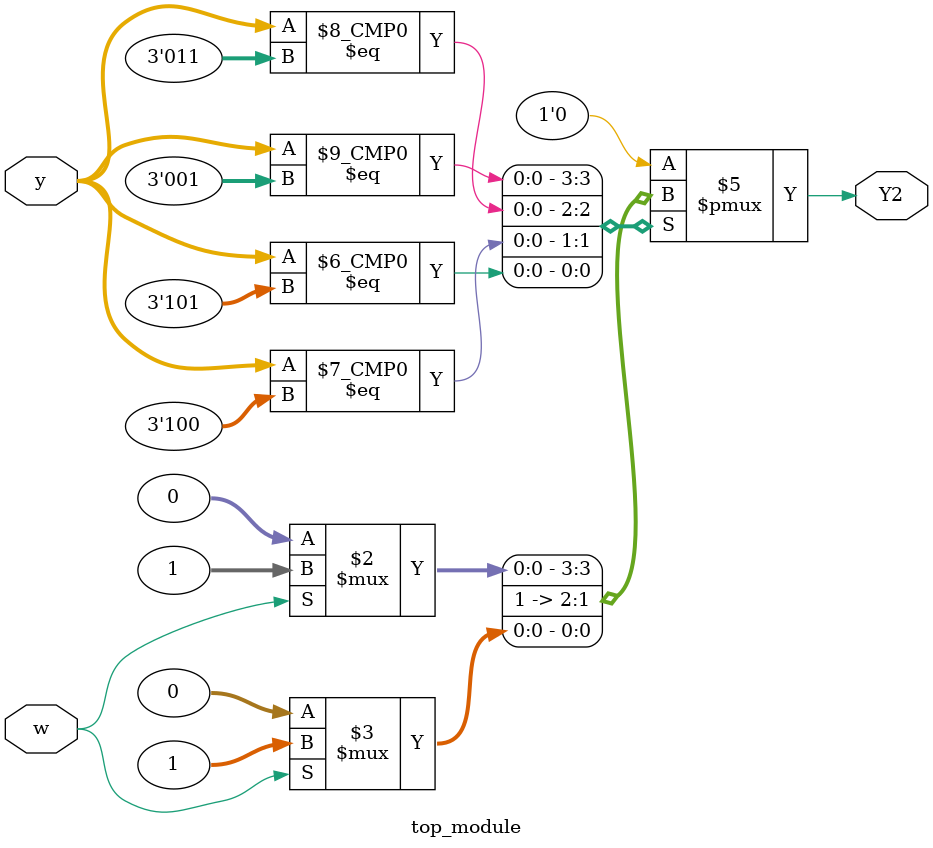
<source format=sv>
module top_module(
    input [3:1] y,
    input w,
    output reg Y2
);

    always @(*) begin
        case (y)
            3'b000: Y2 = 0;  // State A
            3'b001: Y2 = w ? 1 : 0;  // State B
            3'b010: Y2 = 0;  // State C
            3'b011: Y2 = 1;  // State D
            3'b100: Y2 = 1;  // State E
            3'b101: Y2 = w ? 1 : 0;  // State F
            default: Y2 = 0;
        endcase
    end

endmodule

</source>
